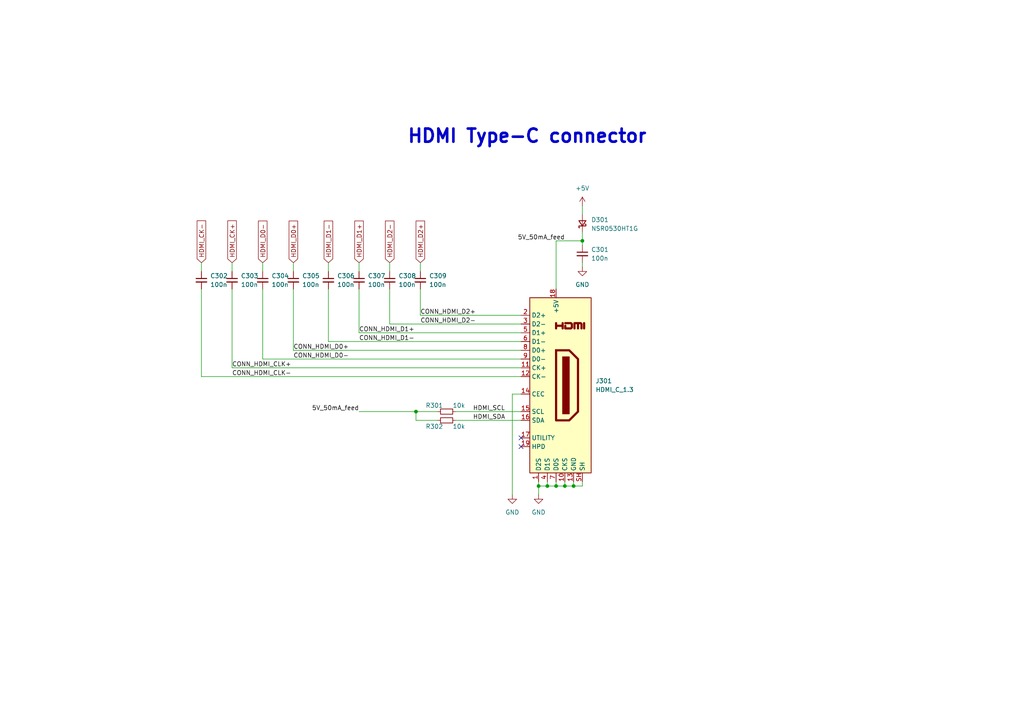
<source format=kicad_sch>
(kicad_sch (version 20231120) (generator "eeschema") (generator_version "8.0")
  (paper "A4")
  (lib_symbols
    (symbol "Connector:HDMI_C_1.3"
      (property "Reference" "J" (at -6.35 26.67 0))
      (property "Value" "HDMI_C_1.3" (at 10.16 26.67 0))
      (symbol "HDMI_C_1.3_0_0"
        (polyline (pts (xy 8.128 16.51) (xy 8.128 18.034)) (stroke (width 0.635)))
        (polyline (pts (xy 0 16.51) (xy 0 18.034) (xy 0 17.272) (xy 1.905 17.272) (xy 1.905 18.034) (xy 1.905 16.51)) (stroke (width 0.635)))
        (polyline (pts (xy 2.667 18.034) (xy 4.318 18.034) (xy 4.572 17.78) (xy 4.572 16.764) (xy 4.318 16.51) (xy 2.667 16.51) (xy 2.667 17.272)) (stroke (width 0.635)))
      )
      (symbol "HDMI_C_1.3_0_1"
        (rectangle (start -7.62 25.4) (end 10.16 -25.4) (stroke (width 0.254)) (fill (type background)))
        (polyline (pts (xy 0 10.16) (xy 3.81 10.16) (xy 6.35 7.62) (xy 6.35 -7.62) (xy 3.81 -10.16) (xy 0 -10.16) (xy 0 10.16)) (stroke (width 0.635)))
        (polyline (pts (xy 5.334 16.51) (xy 5.334 18.034) (xy 6.35 18.034) (xy 6.35 16.51) (xy 6.35 18.034) (xy 7.112 18.034) (xy 7.366 17.78) (xy 7.366 16.51)) (stroke (width 0.635)))
        (rectangle (start 1.905 8.255) (end 3.81 -8.255) (stroke (width 0.254)) (fill (type outline)))
      )
      (symbol "HDMI_C_1.3_1_1"
        (pin power_in line (at -5.08 -27.94 90) (length 2.54) (name "D2S") (number "1"))
        (pin power_in line (at 2.54 -27.94 90) (length 2.54) (name "CKS") (number "10"))
        (pin passive line (at -10.16 5.08 0) (length 2.54) (name "CK+") (number "11"))
        (pin passive line (at -10.16 2.54 0) (length 2.54) (name "CK-") (number "12"))
        (pin power_in line (at 5.08 -27.94 90) (length 2.54) (name "GND") (number "13"))
        (pin bidirectional line (at -10.16 -2.54 0) (length 2.54) (name "CEC") (number "14"))
        (pin passive line (at -10.16 -7.62 0) (length 2.54) (name "SCL") (number "15"))
        (pin bidirectional line (at -10.16 -10.16 0) (length 2.54) (name "SDA") (number "16"))
        (pin passive line (at -10.16 -15.24 0) (length 2.54) (name "UTILITY") (number "17"))
        (pin power_in line (at 0 27.94 270) (length 2.54) (name "+5V") (number "18"))
        (pin passive line (at -10.16 -17.78 0) (length 2.54) (name "HPD") (number "19"))
        (pin passive line (at -10.16 20.32 0) (length 2.54) (name "D2+") (number "2"))
        (pin passive line (at -10.16 17.78 0) (length 2.54) (name "D2-") (number "3"))
        (pin power_in line (at -2.54 -27.94 90) (length 2.54) (name "D1S") (number "4"))
        (pin passive line (at -10.16 15.24 0) (length 2.54) (name "D1+") (number "5"))
        (pin passive line (at -10.16 12.7 0) (length 2.54) (name "D1-") (number "6"))
        (pin power_in line (at 0 -27.94 90) (length 2.54) (name "D0S") (number "7"))
        (pin passive line (at -10.16 10.16 0) (length 2.54) (name "D0+") (number "8"))
        (pin passive line (at -10.16 7.62 0) (length 2.54) (name "D0-") (number "9"))
        (pin passive line (at 7.62 -27.94 90) (length 2.54) (name "SH") (number "SH"))
      )
    )
    (symbol "Device:C_Small" (pin_numbers hide) (pin_names (offset 0.254) hide)
      (property "Reference" "C" (at 0.254 1.778 0))
      (property "Value" "C_Small" (at 0.254 -2.032 0))
      (symbol "C_Small_0_1"
        (polyline (pts (xy -1.524 -0.508) (xy 1.524 -0.508)) (stroke (width 0.3302)))
        (polyline (pts (xy -1.524 0.508) (xy 1.524 0.508)) (stroke (width 0.3048)))
      )
      (symbol "C_Small_1_1"
        (pin passive line (at 0 2.54 270) (length 2.032) (name "~") (number "1"))
        (pin passive line (at 0 -2.54 90) (length 2.032) (name "~") (number "2"))
      )
    )
    (symbol "Device:D_Schottky_Small" (pin_numbers hide) (pin_names (offset 0.254) hide)
      (property "Reference" "D" (at -1.27 2.032 0))
      (property "Value" "D_Schottky_Small" (at -7.112 -2.032 0))
      (symbol "D_Schottky_Small_0_1"
        (polyline (pts (xy -0.762 0) (xy 0.762 0)))
        (polyline (pts (xy 0.762 -1.016) (xy -0.762 0) (xy 0.762 1.016) (xy 0.762 -1.016)) (stroke (width 0.254)))
        (polyline (pts (xy -1.27 0.762) (xy -1.27 1.016) (xy -0.762 1.016) (xy -0.762 -1.016) (xy -0.254 -1.016) (xy -0.254 -0.762)) (stroke (width 0.254)))
      )
      (symbol "D_Schottky_Small_1_1"
        (pin passive line (at -2.54 0 0) (length 1.778) (name "K") (number "1"))
        (pin passive line (at 2.54 0 180) (length 1.778) (name "A") (number "2"))
      )
    )
    (symbol "Device:R_Small" (pin_numbers hide) (pin_names (offset 0.254) hide)
      (property "Reference" "R" (at 0.762 0.508 0))
      (property "Value" "R_Small" (at 0.762 -1.016 0))
      (symbol "R_Small_0_1"
        (rectangle (start -0.762 1.778) (end 0.762 -1.778) (stroke (width 0.2032)))
      )
      (symbol "R_Small_1_1"
        (pin passive line (at 0 2.54 270) (length 0.762) (name "~") (number "1"))
        (pin passive line (at 0 -2.54 90) (length 0.762) (name "~") (number "2"))
      )
    )
    (symbol "power:+5V" (power) (pin_numbers hide) (pin_names (offset 0) hide)
      (property "Value" "+5V" (at 0 3.556 0))
      (symbol "+5V_0_1"
        (polyline (pts (xy -0.762 1.27) (xy 0 2.54)))
        (polyline (pts (xy 0 0) (xy 0 2.54)))
        (polyline (pts (xy 0 2.54) (xy 0.762 1.27)))
      )
      (symbol "+5V_1_1"
        (pin power_in line (at 0 0 90) (length 0) (name "~") (number "1"))
      )
    )
    (symbol "power:GND" (power) (pin_numbers hide) (pin_names (offset 0) hide)
      (property "Value" "GND" (at 0 -3.81 0))
      (symbol "GND_0_1"
        (polyline (pts (xy 0 0) (xy 0 -1.27) (xy 1.27 -1.27) (xy 0 -2.54) (xy -1.27 -1.27) (xy 0 -1.27)))
      )
      (symbol "GND_1_1"
        (pin power_in line (at 0 0 270) (length 0) (name "~") (number "1"))
      )
    )
  )
  (junction (at 120.65 119.38))
  (junction (at 156.21 140.97))
  (junction (at 166.37 140.97))
  (junction (at 158.75 140.97))
  (junction (at 163.83 140.97))
  (junction (at 168.91 69.85))
  (junction (at 161.29 140.97))
  (no_connect (at 151.13 127))
  (no_connect (at 151.13 129.54))
  (wire (pts (xy 127 121.92) (xy 120.65 121.92)))
  (wire (pts (xy 166.37 139.7) (xy 166.37 140.97)))
  (wire (pts (xy 132.08 119.38) (xy 151.13 119.38)))
  (wire (pts (xy 113.03 76.2) (xy 113.03 78.74)))
  (wire (pts (xy 151.13 101.6) (xy 85.09 101.6)))
  (wire (pts (xy 151.13 96.52) (xy 104.14 96.52)))
  (wire (pts (xy 151.13 99.06) (xy 95.25 99.06)))
  (wire (pts (xy 58.42 76.2) (xy 58.42 78.74)))
  (wire (pts (xy 168.91 140.97) (xy 166.37 140.97)))
  (wire (pts (xy 58.42 109.22) (xy 58.42 83.82)))
  (wire (pts (xy 85.09 101.6) (xy 85.09 83.82)))
  (wire (pts (xy 151.13 106.68) (xy 67.31 106.68)))
  (wire (pts (xy 163.83 140.97) (xy 161.29 140.97)))
  (wire (pts (xy 121.92 91.44) (xy 121.92 83.82)))
  (wire (pts (xy 168.91 76.2) (xy 168.91 77.47)))
  (wire (pts (xy 151.13 93.98) (xy 113.03 93.98)))
  (wire (pts (xy 85.09 76.2) (xy 85.09 78.74)))
  (wire (pts (xy 151.13 109.22) (xy 58.42 109.22)))
  (wire (pts (xy 161.29 69.85) (xy 161.29 83.82)))
  (wire (pts (xy 156.21 140.97) (xy 156.21 143.51)))
  (wire (pts (xy 151.13 91.44) (xy 121.92 91.44)))
  (wire (pts (xy 151.13 114.3) (xy 148.59 114.3)))
  (wire (pts (xy 104.14 96.52) (xy 104.14 83.82)))
  (wire (pts (xy 132.08 121.92) (xy 151.13 121.92)))
  (wire (pts (xy 104.14 119.38) (xy 120.65 119.38)))
  (wire (pts (xy 95.25 99.06) (xy 95.25 83.82)))
  (wire (pts (xy 95.25 76.2) (xy 95.25 78.74)))
  (wire (pts (xy 158.75 140.97) (xy 156.21 140.97)))
  (wire (pts (xy 168.91 139.7) (xy 168.91 140.97)))
  (wire (pts (xy 168.91 67.31) (xy 168.91 69.85)))
  (wire (pts (xy 121.92 76.2) (xy 121.92 78.74)))
  (wire (pts (xy 104.14 76.2) (xy 104.14 78.74)))
  (wire (pts (xy 168.91 59.69) (xy 168.91 62.23)))
  (wire (pts (xy 76.2 104.14) (xy 76.2 83.82)))
  (wire (pts (xy 67.31 106.68) (xy 67.31 83.82)))
  (wire (pts (xy 158.75 139.7) (xy 158.75 140.97)))
  (wire (pts (xy 151.13 104.14) (xy 76.2 104.14)))
  (wire (pts (xy 163.83 139.7) (xy 163.83 140.97)))
  (wire (pts (xy 148.59 114.3) (xy 148.59 143.51)))
  (wire (pts (xy 161.29 69.85) (xy 168.91 69.85)))
  (wire (pts (xy 161.29 139.7) (xy 161.29 140.97)))
  (wire (pts (xy 76.2 76.2) (xy 76.2 78.74)))
  (wire (pts (xy 168.91 69.85) (xy 168.91 71.12)))
  (wire (pts (xy 156.21 139.7) (xy 156.21 140.97)))
  (wire (pts (xy 120.65 119.38) (xy 127 119.38)))
  (wire (pts (xy 120.65 121.92) (xy 120.65 119.38)))
  (wire (pts (xy 113.03 93.98) (xy 113.03 83.82)))
  (wire (pts (xy 67.31 76.2) (xy 67.31 78.74)))
  (wire (pts (xy 166.37 140.97) (xy 163.83 140.97)))
  (wire (pts (xy 161.29 140.97) (xy 158.75 140.97)))
  (text "HDMI Type-C connector" (at 152.908 39.624 0) (effects (font (size 3.81 3.81) (thickness 0.762) (bold yes))))
  (label "CONN_HDMI_CLK-" (at 67.31 109.22 0))
  (label "CONN_HDMI_CLK+" (at 67.31 106.68 0))
  (label "CONN_HDMI_D0-" (at 85.09 104.14 0))
  (label "5V_50mA_feed" (at 163.83 69.85 180))
  (label "HDMI_SCL" (at 137.16 119.38 0))
  (label "CONN_HDMI_D0+" (at 85.09 101.6 0))
  (label "CONN_HDMI_D2-" (at 121.92 93.98 0))
  (label "CONN_HDMI_D2+" (at 121.92 91.44 0))
  (label "CONN_HDMI_D1+" (at 104.14 96.52 0))
  (label "CONN_HDMI_D1-" (at 104.14 99.06 0))
  (label "5V_50mA_feed" (at 104.14 119.38 180))
  (label "HDMI_SDA" (at 137.16 121.92 0))
  (global_label "HDMI_CK-" (shape input) (at 58.42 76.2 90) (property "Intersheetrefs" "${INTERSHEET_REFS}" (effects (hide yes))))
  (global_label "HDMI_D2-" (shape input) (at 113.03 76.2 90) (property "Intersheetrefs" "${INTERSHEET_REFS}" (effects (hide yes))))
  (global_label "HDMI_D1+" (shape input) (at 104.14 76.2 90) (property "Intersheetrefs" "${INTERSHEET_REFS}" (effects (hide yes))))
  (global_label "HDMI_D0+" (shape input) (at 85.09 76.2 90) (property "Intersheetrefs" "${INTERSHEET_REFS}" (effects (hide yes))))
  (global_label "HDMI_CK+" (shape input) (at 67.31 76.2 90) (property "Intersheetrefs" "${INTERSHEET_REFS}" (effects (hide yes))))
  (global_label "HDMI_D0-" (shape input) (at 76.2 76.2 90) (property "Intersheetrefs" "${INTERSHEET_REFS}" (effects (hide yes))))
  (global_label "HDMI_D1-" (shape input) (at 95.25 76.2 90) (property "Intersheetrefs" "${INTERSHEET_REFS}" (effects (hide yes))))
  (global_label "HDMI_D2+" (shape input) (at 121.92 76.2 90) (property "Intersheetrefs" "${INTERSHEET_REFS}" (effects (hide yes))))
  (symbol (lib_id "Device:D_Schottky_Small") (at 168.91 64.77 90) (unit 1)
    (property "Reference" "D301" (at 171.45 63.7539 90) (effects (justify right)))
    (property "Value" "NSR0530HT1G" (at 171.45 66.2939 90) (effects (justify right)))
    (property "Footprint" "Diode_SMD:D_SOD-323" (effects (hide yes)))
    (property "Description" "Schottky diode, small symbol" (effects (hide yes)))
  )
  (symbol (lib_id "Device:C_Small") (at 168.91 73.66 0) (unit 1)
    (property "Reference" "C301" (at 171.45 72.3962 0) (effects (justify left)))
    (property "Value" "100n" (at 171.45 74.9362 0) (effects (justify left)))
    (property "Footprint" "Capacitor_SMD:C_0201_0603Metric" (effects (hide yes)))
    (property "Description" "Unpolarized capacitor, small symbol" (effects (hide yes)))
  )
  (symbol (lib_id "power:GND") (at 168.91 77.47 0) (unit 1)
    (property "Reference" "#PWR0302" (effects (hide yes)))
    (property "Value" "GND" (at 168.91 82.55 0))
    (property "Description" "Power symbol creates a global label with name \"GND\" , ground" (effects (hide yes)))
  )
  (symbol (lib_id "Device:C_Small") (at 113.03 81.28 0) (unit 1)
    (property "Reference" "C308" (at 115.57 80.0162 0) (effects (justify left)))
    (property "Value" "100n" (at 115.57 82.5562 0) (effects (justify left)))
    (property "Footprint" "Capacitor_SMD:C_0201_0603Metric" (effects (hide yes)))
    (property "Description" "Unpolarized capacitor, small symbol" (effects (hide yes)))
  )
  (symbol (lib_id "power:GND") (at 148.59 143.51 0) (unit 1)
    (property "Reference" "#PWR0303" (effects (hide yes)))
    (property "Value" "GND" (at 148.59 148.59 0))
    (property "Description" "Power symbol creates a global label with name \"GND\" , ground" (effects (hide yes)))
  )
  (symbol (lib_id "Connector:HDMI_C_1.3") (at 161.29 111.76 0) (unit 1)
    (property "Reference" "J301" (at 172.72 110.4899 0) (effects (justify left)))
    (property "Value" "HDMI_C_1.3" (at 172.72 113.0299 0) (effects (justify left)))
    (property "Footprint" "Connector_HDMI_Extra:GT-HD005A" (effects (hide yes)))
    (property "Datasheet" "http://pinoutguide.com/PortableDevices/mini_hdmi_pinout.shtml" (effects (hide yes)))
    (property "Description" "HDMI 1.3+ type C connector" (effects (hide yes)))
    (property "MPN" "C27636754" (effects (hide yes)))
  )
  (symbol (lib_id "Device:C_Small") (at 85.09 81.28 0) (unit 1)
    (property "Reference" "C305" (at 87.63 80.0162 0) (effects (justify left)))
    (property "Value" "100n" (at 87.63 82.5562 0) (effects (justify left)))
    (property "Footprint" "Capacitor_SMD:C_0201_0603Metric" (effects (hide yes)))
    (property "Description" "Unpolarized capacitor, small symbol" (effects (hide yes)))
  )
  (symbol (lib_id "Device:C_Small") (at 121.92 81.28 0) (unit 1)
    (property "Reference" "C309" (at 124.46 80.0162 0) (effects (justify left)))
    (property "Value" "100n" (at 124.46 82.5562 0) (effects (justify left)))
    (property "Footprint" "Capacitor_SMD:C_0201_0603Metric" (effects (hide yes)))
    (property "Description" "Unpolarized capacitor, small symbol" (effects (hide yes)))
  )
  (symbol (lib_id "Device:R_Small") (at 129.54 121.92 90) (mirror x) (unit 1)
    (property "Reference" "R302" (at 125.984 123.698 90))
    (property "Value" "10k" (at 133.096 123.698 90))
    (property "Footprint" "Resistor_SMD:R_0402_1005Metric" (effects (hide yes)))
    (property "Description" "Resistor, small symbol" (effects (hide yes)))
    (property "MPN" "C25744" (effects (hide yes)))
  )
  (symbol (lib_id "Device:R_Small") (at 129.54 119.38 90) (unit 1)
    (property "Reference" "R301" (at 125.984 117.602 90))
    (property "Value" "10k" (at 133.096 117.602 90))
    (property "Footprint" "Resistor_SMD:R_0402_1005Metric" (effects (hide yes)))
    (property "Description" "Resistor, small symbol" (effects (hide yes)))
    (property "MPN" "C25744" (effects (hide yes)))
  )
  (symbol (lib_id "Device:C_Small") (at 76.2 81.28 0) (unit 1)
    (property "Reference" "C304" (at 78.74 80.0162 0) (effects (justify left)))
    (property "Value" "100n" (at 78.74 82.5562 0) (effects (justify left)))
    (property "Footprint" "Capacitor_SMD:C_0201_0603Metric" (effects (hide yes)))
    (property "Description" "Unpolarized capacitor, small symbol" (effects (hide yes)))
  )
  (symbol (lib_id "Device:C_Small") (at 67.31 81.28 0) (unit 1)
    (property "Reference" "C303" (at 69.85 80.0162 0) (effects (justify left)))
    (property "Value" "100n" (at 69.85 82.5562 0) (effects (justify left)))
    (property "Footprint" "Capacitor_SMD:C_0201_0603Metric" (effects (hide yes)))
    (property "Description" "Unpolarized capacitor, small symbol" (effects (hide yes)))
  )
  (symbol (lib_id "power:GND") (at 156.21 143.51 0) (unit 1)
    (property "Reference" "#PWR0304" (effects (hide yes)))
    (property "Value" "GND" (at 156.21 148.59 0))
    (property "Description" "Power symbol creates a global label with name \"GND\" , ground" (effects (hide yes)))
  )
  (symbol (lib_id "Device:C_Small") (at 104.14 81.28 0) (unit 1)
    (property "Reference" "C307" (at 106.68 80.0162 0) (effects (justify left)))
    (property "Value" "100n" (at 106.68 82.5562 0) (effects (justify left)))
    (property "Footprint" "Capacitor_SMD:C_0201_0603Metric" (effects (hide yes)))
    (property "Description" "Unpolarized capacitor, small symbol" (effects (hide yes)))
  )
  (symbol (lib_id "Device:C_Small") (at 95.25 81.28 0) (unit 1)
    (property "Reference" "C306" (at 97.79 80.0162 0) (effects (justify left)))
    (property "Value" "100n" (at 97.79 82.5562 0) (effects (justify left)))
    (property "Footprint" "Capacitor_SMD:C_0201_0603Metric" (effects (hide yes)))
    (property "Description" "Unpolarized capacitor, small symbol" (effects (hide yes)))
  )
  (symbol (lib_id "power:+5V") (at 168.91 59.69 0) (unit 1)
    (property "Reference" "#PWR0301" (effects (hide yes)))
    (property "Value" "+5V" (at 168.91 54.61 0))
    (property "Description" "Power symbol creates a global label with name \"+5V\"" (effects (hide yes)))
  )
  (symbol (lib_id "Device:C_Small") (at 58.42 81.28 0) (unit 1)
    (property "Reference" "C302" (at 60.96 80.0162 0) (effects (justify left)))
    (property "Value" "100n" (at 60.96 82.5562 0) (effects (justify left)))
    (property "Footprint" "Capacitor_SMD:C_0201_0603Metric" (effects (hide yes)))
    (property "Description" "Unpolarized capacitor, small symbol" (effects (hide yes)))
  )
)
</source>
